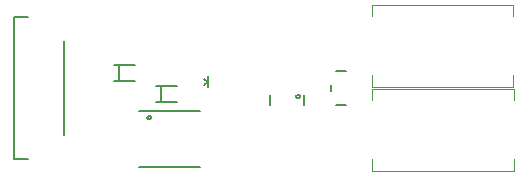
<source format=gto>
G75*
%MOIN*%
%OFA0B0*%
%FSLAX24Y24*%
%IPPOS*%
%LPD*%
%AMOC8*
5,1,8,0,0,1.08239X$1,22.5*
%
%ADD10C,0.0080*%
%ADD11C,0.0060*%
%ADD12C,0.0039*%
D10*
X005880Y002631D02*
X006360Y002631D01*
X005880Y002631D02*
X005880Y007356D01*
X006360Y007356D01*
X007542Y006568D02*
X007542Y003419D01*
X010333Y004003D02*
X010335Y004018D01*
X010341Y004031D01*
X010350Y004043D01*
X010361Y004052D01*
X010375Y004058D01*
X010390Y004060D01*
X010405Y004058D01*
X010418Y004052D01*
X010430Y004043D01*
X010439Y004032D01*
X010445Y004018D01*
X010447Y004003D01*
X010445Y003988D01*
X010439Y003975D01*
X010430Y003963D01*
X010419Y003954D01*
X010405Y003948D01*
X010390Y003946D01*
X010375Y003948D01*
X010362Y003954D01*
X010350Y003963D01*
X010341Y003974D01*
X010335Y003988D01*
X010333Y004003D01*
X010626Y004537D02*
X010783Y004537D01*
X010783Y005049D01*
X011334Y005049D01*
X010783Y005049D02*
X010626Y005049D01*
X009934Y005237D02*
X009383Y005237D01*
X009383Y005749D01*
X009934Y005749D01*
X009383Y005749D02*
X009226Y005749D01*
X009226Y005237D02*
X009383Y005237D01*
X010783Y004537D02*
X011334Y004537D01*
X012347Y005012D02*
X012347Y005193D01*
X012225Y005101D01*
X012347Y005193D02*
X012347Y005374D01*
X012225Y005279D02*
X012341Y005203D01*
X014420Y004762D02*
X014420Y004424D01*
X015297Y004711D02*
X015299Y004726D01*
X015305Y004739D01*
X015314Y004751D01*
X015325Y004760D01*
X015339Y004766D01*
X015354Y004768D01*
X015369Y004766D01*
X015382Y004760D01*
X015394Y004751D01*
X015403Y004740D01*
X015409Y004726D01*
X015411Y004711D01*
X015409Y004696D01*
X015403Y004683D01*
X015394Y004671D01*
X015383Y004662D01*
X015369Y004656D01*
X015354Y004654D01*
X015339Y004656D01*
X015326Y004662D01*
X015314Y004671D01*
X015305Y004682D01*
X015299Y004696D01*
X015297Y004711D01*
X015540Y004762D02*
X015540Y004424D01*
X016611Y004433D02*
X016949Y004433D01*
X016461Y004888D02*
X016461Y005099D01*
X016611Y005553D02*
X016949Y005553D01*
D11*
X012080Y004223D02*
X010070Y004223D01*
X010070Y002363D02*
X012080Y002363D01*
D12*
X017822Y002215D02*
X022546Y002215D01*
X022546Y002609D01*
X017822Y002609D02*
X017822Y002215D01*
X017822Y004578D02*
X017822Y004971D01*
X022546Y004971D01*
X022546Y004578D01*
X022538Y005015D02*
X017814Y005015D01*
X017814Y005409D01*
X022538Y005409D02*
X022538Y005015D01*
X022538Y007378D02*
X022538Y007771D01*
X017814Y007771D01*
X017814Y007378D01*
M02*

</source>
